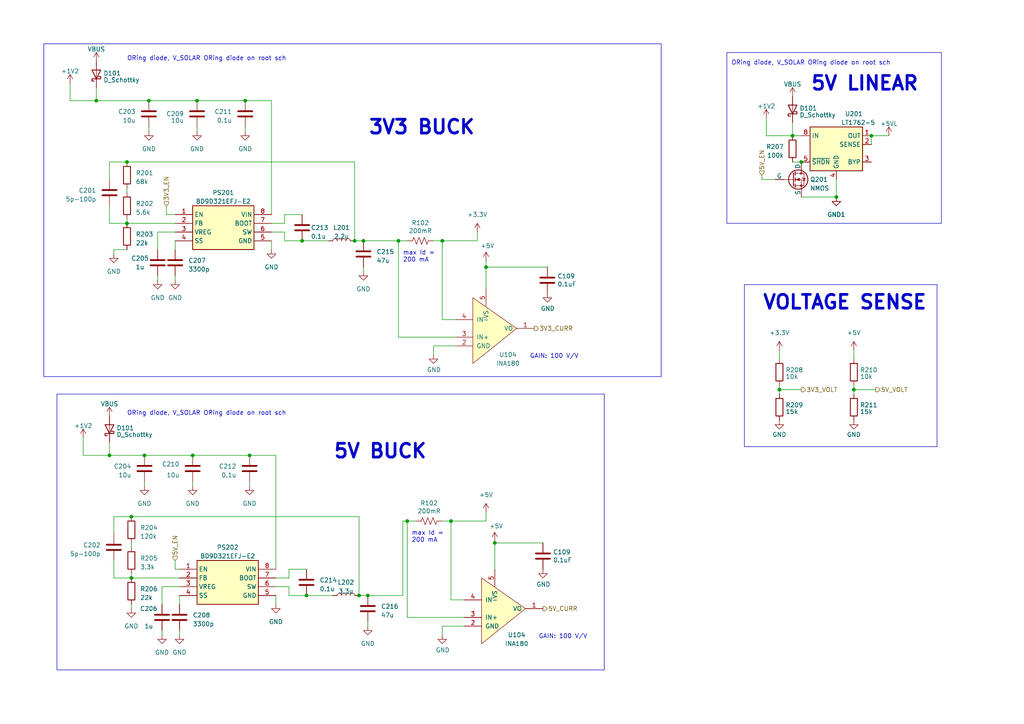
<source format=kicad_sch>
(kicad_sch (version 20230121) (generator eeschema)
  (paper "A4")
  (title_block (comment 1 "By: Jonah R."))
  (lib_symbols
    (symbol "Device:C" (pin_numbers hide) (pin_names (offset 0.254))
      (property "Reference" "C" (at 0.635 2.54 0))
      (property "Value" "C" (at 0.635 -2.54 0))
      (symbol "C_0_1"
        (polyline (pts (xy -2.032 -0.762) (xy 2.032 -0.762)) (stroke (width 0.508)))
        (polyline (pts (xy -2.032 0.762) (xy 2.032 0.762)) (stroke (width 0.508)))
      )
      (symbol "C_1_1"
        (pin passive line (at 0 3.81 270) (length 2.794) (name "~") (number "1"))
        (pin passive line (at 0 -3.81 90) (length 2.794) (name "~") (number "2"))
      )
    )
    (symbol "Device:D_Schottky" (pin_numbers hide) (pin_names (offset 1.016) hide)
      (property "Reference" "D" (at 0 2.54 0))
      (property "Value" "D_Schottky" (at 0 -2.54 0))
      (symbol "D_Schottky_0_1"
        (polyline (pts (xy 1.27 0) (xy -1.27 0)))
        (polyline (pts (xy 1.27 1.27) (xy 1.27 -1.27) (xy -1.27 0) (xy 1.27 1.27)) (stroke (width 0.254)))
        (polyline (pts (xy -1.905 0.635) (xy -1.905 1.27) (xy -1.27 1.27) (xy -1.27 -1.27) (xy -0.635 -1.27) (xy -0.635 -0.635)) (stroke (width 0.254)))
      )
      (symbol "D_Schottky_1_1"
        (pin passive line (at -3.81 0 0) (length 2.54) (name "K") (number "1"))
        (pin passive line (at 3.81 0 180) (length 2.54) (name "A") (number "2"))
      )
    )
    (symbol "Device:L" (pin_numbers hide) (pin_names (offset 1.016) hide)
      (property "Reference" "L" (at -1.27 0 90))
      (property "Value" "L" (at 1.905 0 90))
      (symbol "L_0_1"
        (arc (start 0 -2.54) (mid 0.6323 -1.905) (end 0 -1.27))
        (arc (start 0 -1.27) (mid 0.6323 -0.635) (end 0 0))
        (arc (start 0 0) (mid 0.6323 0.635) (end 0 1.27))
        (arc (start 0 1.27) (mid 0.6323 1.905) (end 0 2.54))
      )
      (symbol "L_1_1"
        (pin passive line (at 0 3.81 270) (length 1.27) (name "1") (number "1"))
        (pin passive line (at 0 -3.81 90) (length 1.27) (name "2") (number "2"))
      )
    )
    (symbol "Device:R" (pin_numbers hide) (pin_names (offset 0))
      (property "Reference" "R" (at 2.032 0 90))
      (property "Value" "R" (at 0 0 90))
      (symbol "R_0_1"
        (rectangle (start -1.016 -2.54) (end 1.016 2.54) (stroke (width 0.254)))
      )
      (symbol "R_1_1"
        (pin passive line (at 0 3.81 270) (length 1.27) (name "~") (number "1"))
        (pin passive line (at 0 -3.81 90) (length 1.27) (name "~") (number "2"))
      )
    )
    (symbol "Device:R_US" (pin_numbers hide) (pin_names (offset 0))
      (property "Reference" "R" (at 2.54 0 90))
      (property "Value" "R_US" (at -2.54 0 90))
      (symbol "R_US_0_1"
        (polyline (pts (xy 0 -2.286) (xy 0 -2.54)))
        (polyline (pts (xy 0 2.286) (xy 0 2.54)))
        (polyline (pts (xy 0 -0.762) (xy 1.016 -1.143) (xy 0 -1.524) (xy -1.016 -1.905) (xy 0 -2.286)))
        (polyline (pts (xy 0 0.762) (xy 1.016 0.381) (xy 0 0) (xy -1.016 -0.381) (xy 0 -0.762)))
        (polyline (pts (xy 0 2.286) (xy 1.016 1.905) (xy 0 1.524) (xy -1.016 1.143) (xy 0 0.762)))
      )
      (symbol "R_US_1_1"
        (pin passive line (at 0 3.81 270) (length 1.27) (name "~") (number "1"))
        (pin passive line (at 0 -3.81 90) (length 1.27) (name "~") (number "2"))
      )
    )
    (symbol "Regulator_Linear:LT1762-5"
      (property "Reference" "U" (at -7.62 8.89 0))
      (property "Value" "LT1762-5" (at 1.27 -6.35 0))
      (symbol "LT1762-5_0_1"
        (rectangle (start -7.62 7.62) (end 7.62 -5.08) (stroke (width 0.254)) (fill (type background)))
      )
      (symbol "LT1762-5_1_1"
        (pin power_out line (at 10.16 5.08 180) (length 2.54) (name "OUT") (number "1"))
        (pin input line (at 10.16 2.54 180) (length 2.54) (name "SENSE") (number "2"))
        (pin passive line (at 10.16 -2.54 180) (length 2.54) (name "BYP") (number "3"))
        (pin power_in line (at 0 -7.62 90) (length 2.54) (name "GND") (number "4"))
        (pin input line (at -10.16 -2.54 0) (length 2.54) (name "~{SHDN}") (number "5"))
        (pin no_connect line (at 2.54 5.08 90) (length 2.54) hide (name "NC") (number "6"))
        (pin no_connect line (at 2.54 2.54 90) (length 2.54) hide (name "NC") (number "7"))
        (pin power_in line (at -10.16 5.08 0) (length 2.54) (name "IN") (number "8"))
      )
    )
    (symbol "SamacSys_Parts:BD9D321EFJ-E2"
      (property "Reference" "PS" (at 24.13 7.62 0))
      (property "Value" "BD9D321EFJ-E2" (at 24.13 5.08 0))
      (symbol "BD9D321EFJ-E2_1_1"
        (rectangle (start 5.08 2.54) (end 22.86 -10.16) (stroke (width 0.254)) (fill (type background)))
        (pin passive line (at 0 0 0) (length 5.08) (name "EN") (number "1"))
        (pin passive line (at 0 -2.54 0) (length 5.08) (name "FB") (number "2"))
        (pin passive line (at 0 -5.08 0) (length 5.08) (name "VREG") (number "3"))
        (pin passive line (at 0 -7.62 0) (length 5.08) (name "SS") (number "4"))
        (pin passive line (at 27.94 -7.62 180) (length 5.08) (name "GND") (number "5"))
        (pin passive line (at 27.94 -5.08 180) (length 5.08) (name "SW") (number "6"))
        (pin passive line (at 27.94 -2.54 180) (length 5.08) (name "BOOT") (number "7"))
        (pin passive line (at 27.94 0 180) (length 5.08) (name "VIN") (number "8"))
      )
    )
    (symbol "Simulation_SPICE:NMOS" (pin_numbers hide) (pin_names (offset 0))
      (property "Reference" "Q" (at 5.08 1.27 0))
      (property "Value" "NMOS" (at 5.08 -1.27 0))
      (symbol "NMOS_0_1"
        (polyline (pts (xy 0.254 0) (xy -2.54 0)))
        (polyline (pts (xy 0.254 1.905) (xy 0.254 -1.905)) (stroke (width 0.254)))
        (polyline (pts (xy 0.762 -1.27) (xy 0.762 -2.286)) (stroke (width 0.254)))
        (polyline (pts (xy 0.762 0.508) (xy 0.762 -0.508)) (stroke (width 0.254)))
        (polyline (pts (xy 0.762 2.286) (xy 0.762 1.27)) (stroke (width 0.254)))
        (polyline (pts (xy 2.54 2.54) (xy 2.54 1.778)))
        (polyline (pts (xy 2.54 -2.54) (xy 2.54 0) (xy 0.762 0)))
        (polyline (pts (xy 0.762 -1.778) (xy 3.302 -1.778) (xy 3.302 1.778) (xy 0.762 1.778)))
        (polyline (pts (xy 1.016 0) (xy 2.032 0.381) (xy 2.032 -0.381) (xy 1.016 0)) (fill (type outline)))
        (polyline (pts (xy 2.794 0.508) (xy 2.921 0.381) (xy 3.683 0.381) (xy 3.81 0.254)))
        (polyline (pts (xy 3.302 0.381) (xy 2.921 -0.254) (xy 3.683 -0.254) (xy 3.302 0.381)))
        (circle (center 1.651 0) (radius 2.794) (stroke (width 0.254)))
        (circle (center 2.54 -1.778) (radius 0.254) (fill (type outline)))
        (circle (center 2.54 1.778) (radius 0.254) (fill (type outline)))
      )
      (symbol "NMOS_1_1"
        (pin passive line (at 2.54 5.08 270) (length 2.54) (name "D") (number "1"))
        (pin input line (at -5.08 0 0) (length 2.54) (name "G") (number "2"))
        (pin passive line (at 2.54 -5.08 90) (length 2.54) (name "S") (number "3"))
      )
    )
    (symbol "canhw:INA180" (pin_names (offset 1.016))
      (property "Reference" "U" (at -5.08 13.97 0))
      (property "Value" "INA180" (at -11.43 15.24 0))
      (symbol "INA180_0_1"
        (polyline (pts (xy 5.08 0) (xy -7.62 8.89)))
        (polyline (pts (xy -7.62 8.89) (xy -7.62 -10.16) (xy 5.08 0)) (fill (type background)))
      )
      (symbol "INA180_1_1"
        (pin output line (at 10.16 0 180) (length 5.08) (name "VO") (number "1"))
        (pin power_in line (at -12.7 -5.08 0) (length 5.08) (name "GND") (number "2"))
        (pin input line (at -12.7 -2.54 0) (length 5.08) (name "IN+") (number "3"))
        (pin input line (at -12.7 2.54 0) (length 5.08) (name "IN-") (number "4"))
        (pin power_in line (at -3.81 11.43 270) (length 5.08) (name "VS") (number "5"))
      )
    )
    (symbol "power:+1V2" (power) (pin_names (offset 0))
      (property "Value" "+1V2" (at 0 3.556 0))
      (symbol "+1V2_0_1"
        (polyline (pts (xy -0.762 1.27) (xy 0 2.54)))
        (polyline (pts (xy 0 0) (xy 0 2.54)))
        (polyline (pts (xy 0 2.54) (xy 0.762 1.27)))
      )
      (symbol "+1V2_1_1"
        (pin power_in line (at 0 0 90) (length 0) hide (name "+1V2") (number "1"))
      )
    )
    (symbol "power:+3.3V" (power) (pin_names (offset 0))
      (property "Value" "+3.3V" (at 0 3.556 0))
      (symbol "+3.3V_0_1"
        (polyline (pts (xy -0.762 1.27) (xy 0 2.54)))
        (polyline (pts (xy 0 0) (xy 0 2.54)))
        (polyline (pts (xy 0 2.54) (xy 0.762 1.27)))
      )
      (symbol "+3.3V_1_1"
        (pin power_in line (at 0 0 90) (length 0) hide (name "+3.3V") (number "1"))
      )
    )
    (symbol "power:+5V" (power) (pin_names (offset 0))
      (property "Value" "+5V" (at 0 3.556 0))
      (symbol "+5V_0_1"
        (polyline (pts (xy -0.762 1.27) (xy 0 2.54)))
        (polyline (pts (xy 0 0) (xy 0 2.54)))
        (polyline (pts (xy 0 2.54) (xy 0.762 1.27)))
      )
      (symbol "+5V_1_1"
        (pin power_in line (at 0 0 90) (length 0) hide (name "+5V") (number "1"))
      )
    )
    (symbol "power:+5VL" (power) (pin_names (offset 0))
      (property "Value" "+5VL" (at 0 3.556 0))
      (symbol "+5VL_0_1"
        (polyline (pts (xy -0.762 1.27) (xy 0 2.54)))
        (polyline (pts (xy 0 0) (xy 0 2.54)))
        (polyline (pts (xy 0 2.54) (xy 0.762 1.27)))
      )
      (symbol "+5VL_1_1"
        (pin power_in line (at 0 0 90) (length 0) hide (name "+5VL") (number "1"))
      )
    )
    (symbol "power:GND" (power) (pin_names (offset 0))
      (property "Value" "GND" (at 0 -3.81 0))
      (symbol "GND_0_1"
        (polyline (pts (xy 0 0) (xy 0 -1.27) (xy 1.27 -1.27) (xy 0 -2.54) (xy -1.27 -1.27) (xy 0 -1.27)))
      )
      (symbol "GND_1_1"
        (pin power_in line (at 0 0 270) (length 0) hide (name "GND") (number "1"))
      )
    )
    (symbol "power:GND1" (power) (pin_names (offset 0))
      (property "Value" "GND1" (at 0 -3.81 0))
      (symbol "GND1_0_1"
        (polyline (pts (xy 0 0) (xy 0 -1.27) (xy 1.27 -1.27) (xy 0 -2.54) (xy -1.27 -1.27) (xy 0 -1.27)))
      )
      (symbol "GND1_1_1"
        (pin power_in line (at 0 0 270) (length 0) hide (name "GND1") (number "1"))
      )
    )
    (symbol "power:VBUS" (power) (pin_names (offset 0))
      (property "Value" "VBUS" (at 0 3.81 0))
      (symbol "VBUS_0_1"
        (polyline (pts (xy -0.762 1.27) (xy 0 2.54)))
        (polyline (pts (xy 0 0) (xy 0 2.54)))
        (polyline (pts (xy 0 2.54) (xy 0.762 1.27)))
      )
      (symbol "VBUS_1_1"
        (pin power_in line (at 0 0 90) (length 0) hide (name "VBUS") (number "1"))
      )
    )
  )
  (junction (at 43.18 29.21))
  (junction (at 55.88 132.08))
  (junction (at 140.97 77.47))
  (junction (at 27.94 29.21))
  (junction (at 36.83 64.77))
  (junction (at 232.41 46.99))
  (junction (at 252.73 39.37))
  (junction (at 130.81 151.13))
  (junction (at 115.57 69.85))
  (junction (at 229.87 39.37))
  (junction (at 106.68 172.72))
  (junction (at 102.87 69.85))
  (junction (at 31.75 132.08))
  (junction (at 104.14 172.72))
  (junction (at 226.06 113.03))
  (junction (at 38.1 167.64))
  (junction (at 143.51 157.48))
  (junction (at 72.39 132.08))
  (junction (at 36.83 46.99))
  (junction (at 41.91 132.08))
  (junction (at 38.1 149.86))
  (junction (at 87.63 69.85))
  (junction (at 105.41 69.85))
  (junction (at 247.65 113.03))
  (junction (at 57.15 29.21))
  (junction (at 88.9 172.72))
  (junction (at 242.57 57.15))
  (junction (at 71.12 29.21))
  (junction (at 118.11 151.13))
  (junction (at 128.27 69.85))
  (wire (pts (xy 50.8 69.85) (xy 50.8 72.39)))
  (wire (pts (xy 102.87 69.85) (xy 102.87 46.99)))
  (wire (pts (xy 50.8 80.01) (xy 50.8 81.28)))
  (wire (pts (xy 130.81 151.13) (xy 140.97 151.13)))
  (wire (pts (xy 132.08 92.71) (xy 128.27 92.71)))
  (wire (pts (xy 134.62 173.99) (xy 130.81 173.99)))
  (wire (pts (xy 41.91 139.7) (xy 41.91 140.97)))
  (wire (pts (xy 247.65 113.03) (xy 247.65 114.3)))
  (wire (pts (xy 226.06 111.76) (xy 226.06 113.03)))
  (wire (pts (xy 128.27 69.85) (xy 138.43 69.85)))
  (wire (pts (xy 82.55 69.85) (xy 87.63 69.85)))
  (wire (pts (xy 57.15 29.21) (xy 71.12 29.21)))
  (wire (pts (xy 143.51 157.48) (xy 157.48 157.48)))
  (wire (pts (xy 229.87 46.99) (xy 232.41 46.99)))
  (wire (pts (xy 118.11 151.13) (xy 120.65 151.13)))
  (wire (pts (xy 31.75 59.69) (xy 31.75 64.77)))
  (wire (pts (xy 226.06 113.03) (xy 232.41 113.03)))
  (wire (pts (xy 24.13 132.08) (xy 31.75 132.08)))
  (wire (pts (xy 36.83 64.77) (xy 50.8 64.77)))
  (wire (pts (xy 78.74 29.21) (xy 71.12 29.21)))
  (wire (pts (xy 33.02 72.39) (xy 36.83 72.39)))
  (wire (pts (xy 46.99 182.88) (xy 46.99 184.15)))
  (wire (pts (xy 78.74 69.85) (xy 78.74 72.39)))
  (wire (pts (xy 38.1 175.26) (xy 38.1 176.53)))
  (wire (pts (xy 140.97 151.13) (xy 140.97 148.59)))
  (wire (pts (xy 31.75 128.27) (xy 31.75 132.08)))
  (wire (pts (xy 143.51 157.48) (xy 143.51 165.1)))
  (wire (pts (xy 242.57 57.15) (xy 242.57 52.07)))
  (wire (pts (xy 55.88 132.08) (xy 72.39 132.08)))
  (wire (pts (xy 27.94 25.4) (xy 27.94 29.21)))
  (wire (pts (xy 88.9 172.72) (xy 96.52 172.72)))
  (wire (pts (xy 31.75 52.07) (xy 31.75 46.99)))
  (wire (pts (xy 229.87 39.37) (xy 232.41 39.37)))
  (wire (pts (xy 229.87 35.56) (xy 229.87 39.37)))
  (wire (pts (xy 46.99 170.18) (xy 52.07 170.18)))
  (wire (pts (xy 31.75 132.08) (xy 41.91 132.08)))
  (wire (pts (xy 128.27 181.61) (xy 128.27 184.15)))
  (wire (pts (xy 104.14 172.72) (xy 106.68 172.72)))
  (wire (pts (xy 116.84 151.13) (xy 118.11 151.13)))
  (wire (pts (xy 115.57 97.79) (xy 115.57 69.85)))
  (wire (pts (xy 105.41 69.85) (xy 115.57 69.85)))
  (wire (pts (xy 50.8 162.56) (xy 50.8 165.1)))
  (wire (pts (xy 83.82 170.18) (xy 83.82 172.72)))
  (wire (pts (xy 128.27 92.71) (xy 128.27 69.85)))
  (wire (pts (xy 20.32 29.21) (xy 27.94 29.21)))
  (wire (pts (xy 48.26 59.69) (xy 48.26 62.23)))
  (wire (pts (xy 226.06 113.03) (xy 226.06 114.3)))
  (wire (pts (xy 130.81 173.99) (xy 130.81 151.13)))
  (wire (pts (xy 33.02 154.94) (xy 33.02 149.86)))
  (wire (pts (xy 115.57 69.85) (xy 118.11 69.85)))
  (wire (pts (xy 48.26 62.23) (xy 50.8 62.23)))
  (wire (pts (xy 36.83 63.5) (xy 36.83 64.77)))
  (wire (pts (xy 55.88 139.7) (xy 55.88 140.97)))
  (wire (pts (xy 252.73 39.37) (xy 252.73 41.91)))
  (wire (pts (xy 226.06 104.14) (xy 226.06 101.6)))
  (wire (pts (xy 257.81 39.37) (xy 252.73 39.37)))
  (wire (pts (xy 132.08 97.79) (xy 115.57 97.79)))
  (wire (pts (xy 105.41 77.47) (xy 105.41 78.74)))
  (wire (pts (xy 140.97 75.692) (xy 140.97 77.47)))
  (wire (pts (xy 72.39 139.7) (xy 72.39 140.97)))
  (wire (pts (xy 82.55 62.23) (xy 82.55 64.77)))
  (wire (pts (xy 87.63 62.23) (xy 82.55 62.23)))
  (wire (pts (xy 220.98 52.07) (xy 224.79 52.07)))
  (wire (pts (xy 106.68 180.34) (xy 106.68 181.61)))
  (wire (pts (xy 143.51 156.972) (xy 143.51 157.48)))
  (wire (pts (xy 80.01 170.18) (xy 83.82 170.18)))
  (wire (pts (xy 83.82 165.1) (xy 83.82 167.64)))
  (wire (pts (xy 222.25 34.29) (xy 222.25 39.37)))
  (wire (pts (xy 125.73 100.33) (xy 132.08 100.33)))
  (wire (pts (xy 128.27 181.61) (xy 134.62 181.61)))
  (wire (pts (xy 104.14 149.86) (xy 38.1 149.86)))
  (wire (pts (xy 31.75 46.99) (xy 36.83 46.99)))
  (wire (pts (xy 104.14 172.72) (xy 104.14 149.86)))
  (wire (pts (xy 247.65 113.03) (xy 254 113.03)))
  (wire (pts (xy 38.1 157.48) (xy 38.1 158.75)))
  (wire (pts (xy 102.87 69.85) (xy 105.41 69.85)))
  (wire (pts (xy 43.18 36.83) (xy 43.18 38.1)))
  (wire (pts (xy 45.72 80.01) (xy 45.72 81.28)))
  (wire (pts (xy 140.97 77.47) (xy 158.75 77.47)))
  (wire (pts (xy 222.25 39.37) (xy 229.87 39.37)))
  (wire (pts (xy 52.07 182.88) (xy 52.07 184.15)))
  (wire (pts (xy 33.02 167.64) (xy 38.1 167.64)))
  (wire (pts (xy 57.15 36.83) (xy 57.15 38.1)))
  (wire (pts (xy 138.43 69.85) (xy 138.43 67.31)))
  (wire (pts (xy 83.82 167.64) (xy 80.01 167.64)))
  (wire (pts (xy 41.91 132.08) (xy 55.88 132.08)))
  (wire (pts (xy 45.72 72.39) (xy 45.72 67.31)))
  (wire (pts (xy 38.1 167.64) (xy 52.07 167.64)))
  (wire (pts (xy 20.32 24.13) (xy 20.32 29.21)))
  (wire (pts (xy 80.01 172.72) (xy 80.01 175.26)))
  (wire (pts (xy 27.94 29.21) (xy 43.18 29.21)))
  (wire (pts (xy 46.99 175.26) (xy 46.99 170.18)))
  (wire (pts (xy 247.65 101.6) (xy 247.65 104.14)))
  (wire (pts (xy 71.12 36.83) (xy 71.12 38.1)))
  (wire (pts (xy 52.07 172.72) (xy 52.07 175.26)))
  (wire (pts (xy 33.02 149.86) (xy 38.1 149.86)))
  (wire (pts (xy 247.65 111.76) (xy 247.65 113.03)))
  (wire (pts (xy 38.1 166.37) (xy 38.1 167.64)))
  (wire (pts (xy 140.97 77.47) (xy 140.97 83.82)))
  (wire (pts (xy 31.75 64.77) (xy 36.83 64.77)))
  (wire (pts (xy 78.74 29.21) (xy 78.74 62.23)))
  (wire (pts (xy 78.74 67.31) (xy 82.55 67.31)))
  (wire (pts (xy 36.83 54.61) (xy 36.83 55.88)))
  (wire (pts (xy 134.62 179.07) (xy 118.11 179.07)))
  (wire (pts (xy 128.27 151.13) (xy 130.81 151.13)))
  (wire (pts (xy 33.02 72.39) (xy 33.02 73.66)))
  (wire (pts (xy 43.18 29.21) (xy 57.15 29.21)))
  (wire (pts (xy 83.82 172.72) (xy 88.9 172.72)))
  (wire (pts (xy 88.9 165.1) (xy 83.82 165.1)))
  (wire (pts (xy 24.13 127) (xy 24.13 132.08)))
  (wire (pts (xy 33.02 162.56) (xy 33.02 167.64)))
  (wire (pts (xy 118.11 179.07) (xy 118.11 151.13)))
  (wire (pts (xy 80.01 132.08) (xy 80.01 165.1)))
  (wire (pts (xy 45.72 67.31) (xy 50.8 67.31)))
  (wire (pts (xy 116.84 172.72) (xy 116.84 151.13)))
  (wire (pts (xy 125.73 69.85) (xy 128.27 69.85)))
  (wire (pts (xy 232.41 57.15) (xy 242.57 57.15)))
  (wire (pts (xy 82.55 67.31) (xy 82.55 69.85)))
  (wire (pts (xy 102.87 46.99) (xy 36.83 46.99)))
  (wire (pts (xy 106.68 172.72) (xy 116.84 172.72)))
  (wire (pts (xy 50.8 165.1) (xy 52.07 165.1)))
  (wire (pts (xy 82.55 64.77) (xy 78.74 64.77)))
  (wire (pts (xy 87.63 69.85) (xy 95.25 69.85)))
  (wire (pts (xy 80.01 132.08) (xy 72.39 132.08)))
  (wire (pts (xy 220.98 50.8) (xy 220.98 52.07)))
  (wire (pts (xy 125.73 100.33) (xy 125.73 102.87)))
  (rectangle (start 210.82 15.24) (end 273.05 64.77))
  (rectangle (start 16.51 114.3) (end 175.26 194.31))
  (rectangle (start 215.9 82.55) (end 271.78 129.54))
  (rectangle (start 12.7 12.7) (end 191.77 109.22))
  (text "VOLTAGE SENSE" (at 220.98 90.17 0) (effects (font (size 4 4) (thickness 0.8) bold) (justify left bottom)))
  (text "5V BUCK" (at 96.52 133.35 0) (effects (font (size 4 4) (thickness 0.8) bold) (justify left bottom)))
  (text "GAIN: 100 V/V" (at 153.67 104.14 0) (effects (font (size 1.27 1.27)) (justify left bottom)))
  (text "GAIN: 100 V/V" (at 156.21 185.42 0) (effects (font (size 1.27 1.27)) (justify left bottom)))
  (text "ORing diode, V_SOLAR ORing diode on root sch\n" (at 36.83 17.78 0) (effects (font (size 1.27 1.27)) (justify left bottom)))
  (text "max Id =\n200 mA" (at 119.38 157.48 0) (effects (font (size 1.27 1.27)) (justify left bottom)))
  (text "ORing diode, V_SOLAR ORing diode on root sch\n" (at 36.83 120.65 0) (effects (font (size 1.27 1.27)) (justify left bottom)))
  (text "5V LINEAR" (at 234.95 26.67 0) (effects (font (size 4 4) (thickness 0.8) bold) (justify left bottom)))
  (text "ORing diode, V_SOLAR ORing diode on root sch\n" (at 212.09 19.05 0) (effects (font (size 1.27 1.27)) (justify left bottom)))
  (text "3V3 BUCK" (at 106.68 39.37 0) (effects (font (size 4 4) (thickness 0.8) bold) (justify left bottom)))
  (text "max Id =\n200 mA" (at 116.84 76.2 0) (effects (font (size 1.27 1.27)) (justify left bottom)))
  (hierarchical_label "3V3_VOLT" (shape output) (at 232.41 113.03 0))
  (hierarchical_label "5V_VOLT" (shape output) (at 254 113.03 0))
  (hierarchical_label "3V3_CURR" (shape output) (at 154.94 95.25 0))
  (hierarchical_label "5V_CURR" (shape output) (at 157.48 176.53 0))
  (hierarchical_label "3V3_EN" (shape input) (at 48.26 59.69 90))
  (hierarchical_label "5V_EN" (shape input) (at 50.8 162.56 90))
  (hierarchical_label "5V_EN" (shape input) (at 220.98 50.8 90))
  (symbol (lib_id "Device:C") (at 41.91 135.89 0) (unit 1)
    (property "Reference" "C7" (at 38.1 135.255 0) (effects (justify right)))
    (property "Value" "10u" (at 38.1 137.795 0) (effects (justify right)))
    (property "Footprint" "Capacitor_SMD:C_0603_1608Metric" (effects hide))
    (instances (project "electrical-power-system" (path "" (reference "C204") (unit 1))) (project "PDB" (path "" (reference "C7") (unit 1))))
  )
  (symbol (lib_id "Device:C") (at 57.15 33.02 0) (unit 1)
    (property "Reference" "C9" (at 53.34 33.02 0) (effects (justify right)))
    (property "Value" "10u" (at 53.34 34.925 0) (effects (justify right)))
    (property "Footprint" "Capacitor_SMD:C_0603_1608Metric" (effects hide))
    (instances (project "electrical-power-system" (path "" (reference "C209") (unit 1))) (project "PDB" (path "" (reference "C9") (unit 1))))
  )
  (symbol (lib_id "power:GND") (at 105.41 78.74 0) (unit 1)
    (property "Reference" "#PWR022" (effects hide))
    (property "Value" "GND" (at 105.41 83.82 0))
    (instances (project "electrical-power-system" (path "" (reference "#PWR0217") (unit 1))) (project "PDB" (path "" (reference "#PWR022") (unit 1))))
  )
  (symbol (lib_id "Device:R") (at 38.1 153.67 0) (unit 1)
    (property "Reference" "R6" (at 40.64 153.035 0) (effects (justify left)))
    (property "Value" "120k" (at 40.64 155.575 0) (effects (justify left)))
    (property "Footprint" "Resistor_SMD:R_0603_1608Metric" (effects hide))
    (instances (project "electrical-power-system" (path "" (reference "R204") (unit 1))) (project "PDB" (path "" (reference "R6") (unit 1))))
  )
  (symbol (lib_id "power:GND") (at 71.12 38.1 0) (unit 1)
    (property "Reference" "#PWR025" (effects hide))
    (property "Value" "GND" (at 71.12 43.18 0))
    (instances (project "electrical-power-system" (path "" (reference "#PWR0213") (unit 1))) (project "PDB" (path "" (reference "#PWR025") (unit 1))))
  )
  (symbol (lib_id "Device:C") (at 88.9 168.91 0) (unit 1)
    (property "Reference" "C14" (at 92.71 168.275 0) (effects (justify left)))
    (property "Value" "0.1u" (at 92.71 170.815 0) (effects (justify left)))
    (property "Footprint" "Capacitor_SMD:C_0603_1608Metric" (effects hide))
    (instances (project "electrical-power-system" (path "" (reference "C214") (unit 1))) (project "PDB" (path "" (reference "C14") (unit 1))))
  )
  (symbol (lib_id "power:+5V") (at 247.65 101.6 0) (unit 1)
    (property "Reference" "#PWR044" (effects hide))
    (property "Value" "+5V" (at 247.65 96.52 0))
    (instances (project "electrical-power-system" (path "" (reference "#PWR0227") (unit 1))) (project "PDB" (path "" (reference "#PWR044") (unit 1))))
  )
  (symbol (lib_id "power:+5V") (at 140.97 148.59 0) (unit 1)
    (property "Reference" "#PWR044" (effects hide))
    (property "Value" "+5V" (at 140.97 143.51 0))
    (instances (project "electrical-power-system" (path "" (reference "#PWR0220") (unit 1))) (project "PDB" (path "" (reference "#PWR044") (unit 1))))
  )
  (symbol (lib_id "Device:C") (at 52.07 179.07 0) (mirror y) (unit 1)
    (property "Reference" "C8" (at 55.88 178.435 0) (effects (justify right)))
    (property "Value" "3300p" (at 55.88 180.975 0) (effects (justify right)))
    (property "Footprint" "Capacitor_SMD:C_0603_1608Metric" (effects hide))
    (instances (project "electrical-power-system" (path "" (reference "C208") (unit 1))) (project "PDB" (path "" (reference "C8") (unit 1))))
  )
  (symbol (lib_id "power:GND") (at 57.15 38.1 0) (unit 1)
    (property "Reference" "#PWR024" (effects hide))
    (property "Value" "GND" (at 57.15 43.18 0))
    (instances (project "electrical-power-system" (path "" (reference "#PWR0211") (unit 1))) (project "PDB" (path "" (reference "#PWR024") (unit 1))))
  )
  (symbol (lib_id "Device:C") (at 71.12 33.02 0) (unit 1)
    (property "Reference" "C11" (at 67.31 32.385 0) (effects (justify right)))
    (property "Value" "0.1u" (at 67.31 34.925 0) (effects (justify right)))
    (property "Footprint" "Capacitor_SMD:C_0603_1608Metric" (effects hide))
    (instances (project "electrical-power-system" (path "" (reference "C211") (unit 1))) (project "PDB" (path "" (reference "C11") (unit 1))))
  )
  (symbol (lib_id "Device:C") (at 31.75 55.88 0) (unit 1)
    (property "Reference" "C1" (at 27.94 55.245 0) (effects (justify right)))
    (property "Value" "5p-100p" (at 27.94 57.785 0) (effects (justify right)))
    (property "Footprint" "Capacitor_SMD:C_0603_1608Metric" (effects hide))
    (instances (project "electrical-power-system" (path "" (reference "C201") (unit 1))) (project "PDB" (path "" (reference "C1") (unit 1))))
  )
  (symbol (lib_id "power:+5V") (at 140.97 75.692 0) (unit 1)
    (property "Reference" "#PWR0131" (effects hide))
    (property "Value" "+5V" (at 141.351 71.2978 0))
    (instances (project "PDB" (path "" (reference "#PWR0131") (unit 1))) (project "electrical-power-system" (path "" (reference "#PWR0231") (unit 1))))
  )
  (symbol (lib_id "Device:R_US") (at 121.92 69.85 270) (unit 1)
    (property "Reference" "R102" (at 121.92 64.643 90))
    (property "Value" "200mR" (at 121.92 66.9544 90))
    (property "Footprint" "Resistor_SMD:R_0805_2012Metric_Pad1.20x1.40mm_HandSolder" (effects hide))
    (instances (project "PDB" (path "" (reference "R102") (unit 1))) (project "electrical-power-system" (path "" (reference "R212") (unit 1))))
  )
  (symbol (lib_id "power:GND") (at 247.65 121.92 0) (unit 1)
    (property "Reference" "#PWR0228" (effects hide))
    (property "Value" "GND" (at 247.65 126.0555 0))
  )
  (symbol (lib_id "power:GND") (at 80.01 175.26 0) (unit 1)
    (property "Reference" "#PWR042" (effects hide))
    (property "Value" "GND" (at 80.01 180.34 0))
    (instances (project "electrical-power-system" (path "" (reference "#PWR0216") (unit 1))) (project "PDB" (path "" (reference "#PWR042") (unit 1))))
  )
  (symbol (lib_id "power:GND") (at 45.72 81.28 0) (unit 1)
    (property "Reference" "#PWR018" (effects hide))
    (property "Value" "GND" (at 45.72 86.36 0))
    (instances (project "electrical-power-system" (path "" (reference "#PWR0207") (unit 1))) (project "PDB" (path "" (reference "#PWR018") (unit 1))))
  )
  (symbol (lib_id "power:+3.3V") (at 138.43 67.31 0) (unit 1)
    (property "Reference" "#PWR026" (effects hide))
    (property "Value" "+3.3V" (at 138.43 62.23 0))
    (instances (project "electrical-power-system" (path "" (reference "#PWR0219") (unit 1))) (project "PDB" (path "" (reference "#PWR026") (unit 1))))
  )
  (symbol (lib_id "power:VBUS") (at 229.87 27.94 0) (unit 1)
    (property "Reference" "#PWR0238" (effects hide))
    (property "Value" "VBUS" (at 229.87 24.4381 0))
  )
  (symbol (lib_id "Device:D_Schottky") (at 229.87 31.75 90) (unit 1)
    (property "Reference" "D101" (at 231.902 31.4238 90) (effects (justify right)))
    (property "Value" "D_Schottky" (at 231.902 33.3448 90) (effects (justify right)))
    (instances (project "electrical-power-system" (path "" (reference "D101") (unit 1)) (path "" (reference "D203") (unit 1))))
  )
  (symbol (lib_id "power:GND") (at 226.06 121.92 0) (unit 1)
    (property "Reference" "#PWR0226" (effects hide))
    (property "Value" "GND" (at 226.06 126.0555 0))
  )
  (symbol (lib_id "power:GND") (at 38.1 176.53 0) (unit 1)
    (property "Reference" "#PWR036" (effects hide))
    (property "Value" "GND" (at 38.1 181.61 0))
    (instances (project "electrical-power-system" (path "" (reference "#PWR0204") (unit 1))) (project "PDB" (path "" (reference "#PWR036") (unit 1))))
  )
  (symbol (lib_id "canhw:INA180") (at 144.78 95.25 0) (unit 1)
    (property "Reference" "U104" (at 147.32 102.87 0))
    (property "Value" "INA180" (at 147.32 105.41 0))
    (property "Footprint" "Package_TO_SOT_SMD:SOT-23-5_HandSoldering" (effects hide))
    (property "Datasheet" "http://www.ti.com/lit/ds/symlink/ina180.pdf" (effects hide))
    (instances (project "PDB" (path "" (reference "U104") (unit 1))) (project "electrical-power-system" (path "" (reference "U203") (unit 1))))
  )
  (symbol (lib_id "power:GND") (at 55.88 140.97 0) (unit 1)
    (property "Reference" "#PWR040" (effects hide))
    (property "Value" "GND" (at 55.88 146.05 0))
    (instances (project "electrical-power-system" (path "" (reference "#PWR0212") (unit 1))) (project "PDB" (path "" (reference "#PWR040") (unit 1))))
  )
  (symbol (lib_id "power:+1V2") (at 222.25 34.29 0) (unit 1)
    (property "Reference" "#PWR0102" (effects hide))
    (property "Value" "V_SOLAR" (at 222.25 30.7881 0))
    (instances (project "electrical-power-system" (path "" (reference "#PWR0102") (unit 1)) (path "" (reference "#PWR0237") (unit 1))))
  )
  (symbol (lib_id "power:GND1") (at 242.57 57.15 0) (unit 1)
    (property "Reference" "#PWR011" (effects hide))
    (property "Value" "GND1" (at 242.57 62.23 0))
    (instances (project "electrical-power-system" (path "" (reference "#PWR0222") (unit 1))) (project "PDB" (path "" (reference "#PWR011") (unit 1)) (path "" (reference "#PWR012") (unit 1))))
  )
  (symbol (lib_id "power:GND") (at 72.39 140.97 0) (unit 1)
    (property "Reference" "#PWR041" (effects hide))
    (property "Value" "GND" (at 72.39 146.05 0))
    (instances (project "electrical-power-system" (path "" (reference "#PWR0214") (unit 1))) (project "PDB" (path "" (reference "#PWR041") (unit 1))))
  )
  (symbol (lib_id "Device:R") (at 36.83 50.8 0) (unit 1)
    (property "Reference" "R3" (at 39.37 50.165 0) (effects (justify left)))
    (property "Value" "68k" (at 39.37 52.705 0) (effects (justify left)))
    (property "Footprint" "Resistor_SMD:R_0603_1608Metric" (effects hide))
    (instances (project "electrical-power-system" (path "" (reference "R201") (unit 1))) (project "PDB" (path "" (reference "R3") (unit 1))))
  )
  (symbol (lib_id "Device:D_Schottky") (at 27.94 21.59 90) (unit 1)
    (property "Reference" "D101" (at 29.972 21.2638 90) (effects (justify right)))
    (property "Value" "D_Schottky" (at 29.972 23.1848 90) (effects (justify right)))
    (instances (project "electrical-power-system" (path "" (reference "D101") (unit 1)) (path "" (reference "D201") (unit 1))))
  )
  (symbol (lib_id "power:VBUS") (at 27.94 17.78 0) (unit 1)
    (property "Reference" "#PWR0201" (effects hide))
    (property "Value" "VBUS" (at 27.94 14.2781 0))
  )
  (symbol (lib_id "Device:C") (at 157.48 161.29 0) (unit 1)
    (property "Reference" "C109" (at 160.401 160.1216 0) (effects (justify left)))
    (property "Value" "0.1uF" (at 160.401 162.433 0) (effects (justify left)))
    (property "Footprint" "Capacitor_SMD:C_0805_2012Metric_Pad1.18x1.45mm_HandSolder" (effects hide))
    (instances (project "PDB" (path "" (reference "C109") (unit 1))) (project "electrical-power-system" (path "" (reference "C218") (unit 1))))
  )
  (symbol (lib_id "Device:D_Schottky") (at 31.75 124.46 90) (unit 1)
    (property "Reference" "D101" (at 33.782 124.1338 90) (effects (justify right)))
    (property "Value" "D_Schottky" (at 33.782 126.0548 90) (effects (justify right)))
    (instances (project "electrical-power-system" (path "" (reference "D101") (unit 1)) (path "" (reference "D202") (unit 1))))
  )
  (symbol (lib_id "power:GND") (at 46.99 184.15 0) (unit 1)
    (property "Reference" "#PWR037" (effects hide))
    (property "Value" "GND" (at 46.99 189.23 0))
    (instances (project "electrical-power-system" (path "" (reference "#PWR0208") (unit 1))) (project "PDB" (path "" (reference "#PWR037") (unit 1))))
  )
  (symbol (lib_id "Device:R") (at 36.83 68.58 0) (unit 1)
    (property "Reference" "R5" (at 39.37 67.945 0) (effects (justify left)))
    (property "Value" "22k" (at 39.37 70.485 0) (effects (justify left)))
    (property "Footprint" "Resistor_SMD:R_0603_1608Metric" (effects hide))
    (instances (project "electrical-power-system" (path "" (reference "R203") (unit 1))) (project "PDB" (path "" (reference "R5") (unit 1))))
  )
  (symbol (lib_id "Device:R") (at 226.06 118.11 0) (unit 1)
    (property "Reference" "R209" (at 227.838 117.4663 0) (effects (justify left)))
    (property "Value" "15k" (at 227.838 119.3873 0) (effects (justify left)))
  )
  (symbol (lib_id "canhw:INA180") (at 147.32 176.53 0) (unit 1)
    (property "Reference" "U104" (at 149.86 184.15 0))
    (property "Value" "INA180" (at 149.86 186.69 0))
    (property "Footprint" "Package_TO_SOT_SMD:SOT-23-5_HandSoldering" (effects hide))
    (property "Datasheet" "http://www.ti.com/lit/ds/symlink/ina180.pdf" (effects hide))
    (instances (project "PDB" (path "" (reference "U104") (unit 1))) (project "electrical-power-system" (path "" (reference "U204") (unit 1))))
  )
  (symbol (lib_id "power:GND") (at 52.07 184.15 0) (unit 1)
    (property "Reference" "#PWR039" (effects hide))
    (property "Value" "GND" (at 52.07 189.23 0))
    (instances (project "electrical-power-system" (path "" (reference "#PWR0210") (unit 1))) (project "PDB" (path "" (reference "#PWR039") (unit 1))))
  )
  (symbol (lib_id "Device:R") (at 38.1 171.45 0) (unit 1)
    (property "Reference" "R8" (at 40.64 170.815 0) (effects (justify left)))
    (property "Value" "22k" (at 40.64 173.355 0) (effects (justify left)))
    (property "Footprint" "Resistor_SMD:R_0603_1608Metric" (effects hide))
    (instances (project "electrical-power-system" (path "" (reference "R206") (unit 1))) (project "PDB" (path "" (reference "R8") (unit 1))))
  )
  (symbol (lib_id "power:+1V2") (at 24.13 127 0) (unit 1)
    (property "Reference" "#PWR0102" (effects hide))
    (property "Value" "V_SOLAR" (at 24.13 123.4981 0))
    (instances (project "electrical-power-system" (path "" (reference "#PWR0102") (unit 1)) (path "" (reference "#PWR0203") (unit 1))))
  )
  (symbol (lib_id "Device:R") (at 229.87 43.18 0) (mirror y) (unit 1)
    (property "Reference" "R?" (at 227.33 42.545 0) (effects (justify left)))
    (property "Value" "100k" (at 227.33 45.085 0) (effects (justify left)))
    (property "Footprint" "Resistor_SMD:R_0603_1608Metric" (effects hide))
    (instances (project "electrical-power-system" (path "" (reference "R207") (unit 1))) (project "PDB" (path "" (reference "R?") (unit 1)) (path "" (reference "R9") (unit 1))))
  )
  (symbol (lib_id "Device:R_US") (at 124.46 151.13 270) (unit 1)
    (property "Reference" "R102" (at 124.46 145.923 90))
    (property "Value" "200mR" (at 124.46 148.2344 90))
    (property "Footprint" "Resistor_SMD:R_0805_2012Metric_Pad1.20x1.40mm_HandSolder" (effects hide))
    (instances (project "PDB" (path "" (reference "R102") (unit 1))) (project "electrical-power-system" (path "" (reference "R213") (unit 1))))
  )
  (symbol (lib_id "power:GND1") (at 242.57 57.15 0) (unit 1)
    (property "Reference" "#PWR011" (effects hide))
    (property "Value" "GND1" (at 242.57 62.23 0))
    (instances (project "electrical-power-system" (path "" (reference "#PWR0223") (unit 1))) (project "PDB" (path "" (reference "#PWR011") (unit 1)) (path "" (reference "#PWR014") (unit 1))))
  )
  (symbol (lib_id "power:GND") (at 128.27 184.15 0) (unit 1)
    (property "Reference" "#PWR0134" (effects hide))
    (property "Value" "GND" (at 128.397 188.5442 0))
    (instances (project "PDB" (path "" (reference "#PWR0134") (unit 1))) (project "electrical-power-system" (path "" (reference "#PWR0230") (unit 1))))
  )
  (symbol (lib_id "power:GND") (at 125.73 102.87 0) (unit 1)
    (property "Reference" "#PWR0134" (effects hide))
    (property "Value" "GND" (at 125.857 107.2642 0))
    (instances (project "PDB" (path "" (reference "#PWR0134") (unit 1))) (project "electrical-power-system" (path "" (reference "#PWR0229") (unit 1))))
  )
  (symbol (lib_id "power:GND") (at 158.75 85.09 0) (unit 1)
    (property "Reference" "#PWR0132" (effects hide))
    (property "Value" "GND" (at 158.877 89.4842 0))
    (instances (project "PDB" (path "" (reference "#PWR0132") (unit 1))) (project "electrical-power-system" (path "" (reference "#PWR0232") (unit 1))))
  )
  (symbol (lib_id "Device:C") (at 45.72 76.2 0) (unit 1)
    (property "Reference" "C3" (at 43.18 74.93 0) (effects (justify right)))
    (property "Value" "1u" (at 41.91 77.47 0) (effects (justify right)))
    (property "Footprint" "Capacitor_SMD:C_0603_1608Metric" (effects hide))
    (instances (project "electrical-power-system" (path "" (reference "C205") (unit 1))) (project "PDB" (path "" (reference "C3") (unit 1))))
  )
  (symbol (lib_id "power:GND") (at 41.91 140.97 0) (unit 1)
    (property "Reference" "#PWR038" (effects hide))
    (property "Value" "GND" (at 41.91 146.05 0))
    (instances (project "electrical-power-system" (path "" (reference "#PWR0206") (unit 1))) (project "PDB" (path "" (reference "#PWR038") (unit 1))))
  )
  (symbol (lib_id "power:GND") (at 50.8 81.28 0) (unit 1)
    (property "Reference" "#PWR019" (effects hide))
    (property "Value" "GND" (at 50.8 86.36 0))
    (instances (project "electrical-power-system" (path "" (reference "#PWR0209") (unit 1))) (project "PDB" (path "" (reference "#PWR019") (unit 1))))
  )
  (symbol (lib_id "power:GND") (at 33.02 73.66 0) (unit 1)
    (property "Reference" "#PWR020" (effects hide))
    (property "Value" "GND" (at 33.02 78.74 0))
    (instances (project "electrical-power-system" (path "" (reference "#PWR0202") (unit 1))) (project "PDB" (path "" (reference "#PWR020") (unit 1))))
  )
  (symbol (lib_id "Device:C") (at 43.18 33.02 0) (unit 1)
    (property "Reference" "C5" (at 39.37 32.385 0) (effects (justify right)))
    (property "Value" "10u" (at 39.37 34.925 0) (effects (justify right)))
    (property "Footprint" "Capacitor_SMD:C_0603_1608Metric" (effects hide))
    (instances (project "electrical-power-system" (path "" (reference "C203") (unit 1))) (project "PDB" (path "" (reference "C5") (unit 1))))
  )
  (symbol (lib_id "power:+3.3V") (at 226.06 101.6 0) (unit 1)
    (property "Reference" "#PWR026" (effects hide))
    (property "Value" "+3.3V" (at 226.06 96.52 0))
    (instances (project "electrical-power-system" (path "" (reference "#PWR0225") (unit 1))) (project "PDB" (path "" (reference "#PWR026") (unit 1))))
  )
  (symbol (lib_id "Regulator_Linear:LT1762-5") (at 242.57 44.45 0) (unit 1)
    (property "Reference" "U?" (at 247.65 33.02 0))
    (property "Value" "LT1762-5" (at 248.92 35.56 0))
    (property "Footprint" "Package_SO:MSOP-8_3x3mm_P0.65mm" (effects hide))
    (property "Datasheet" "https://www.analog.com/media/en/technical-documentation/data-sheets/LT1762.pdf" (effects hide))
    (instances (project "electrical-power-system" (path "" (reference "U201") (unit 1))) (project "PDB" (path "" (reference "U?") (unit 1)) (path "" (reference "U1") (unit 1))))
  )
  (symbol (lib_id "power:+5VL") (at 257.81 39.37 0) (unit 1)
    (property "Reference" "#PWR012" (effects hide))
    (property "Value" "+5VL" (at 257.81 35.8681 0))
    (instances (project "electrical-power-system" (path "" (reference "#PWR0224") (unit 1))) (project "PDB" (path "" (reference "#PWR012") (unit 1)) (path "" (reference "#PWR049") (unit 1))))
  )
  (symbol (lib_id "Device:C") (at 72.39 135.89 0) (unit 1)
    (property "Reference" "C12" (at 68.58 135.255 0) (effects (justify right)))
    (property "Value" "0.1u" (at 68.58 137.795 0) (effects (justify right)))
    (property "Footprint" "Capacitor_SMD:C_0603_1608Metric" (effects hide))
    (instances (project "electrical-power-system" (path "" (reference "C212") (unit 1))) (project "PDB" (path "" (reference "C12") (unit 1))))
  )
  (symbol (lib_id "power:VBUS") (at 31.75 120.65 0) (unit 1)
    (property "Reference" "#PWR0236" (effects hide))
    (property "Value" "VBUS" (at 31.75 117.1481 0))
  )
  (symbol (lib_id "Device:C") (at 50.8 76.2 0) (mirror y) (unit 1)
    (property "Reference" "C6" (at 54.61 75.565 0) (effects (justify right)))
    (property "Value" "3300p" (at 54.61 78.105 0) (effects (justify right)))
    (property "Footprint" "Capacitor_SMD:C_0603_1608Metric" (effects hide))
    (instances (project "electrical-power-system" (path "" (reference "C207") (unit 1))) (project "PDB" (path "" (reference "C6") (unit 1))))
  )
  (symbol (lib_id "power:GND") (at 157.48 165.1 0) (unit 1)
    (property "Reference" "#PWR0132" (effects hide))
    (property "Value" "GND" (at 157.607 169.4942 0))
    (instances (project "PDB" (path "" (reference "#PWR0132") (unit 1))) (project "electrical-power-system" (path "" (reference "#PWR0235") (unit 1))))
  )
  (symbol (lib_id "power:+1V2") (at 20.32 24.13 0) (unit 1)
    (property "Reference" "#PWR0102" (effects hide))
    (property "Value" "V_SOLAR" (at 20.32 20.6281 0))
    (instances (project "electrical-power-system" (path "" (reference "#PWR0102") (unit 1)) (path "" (reference "#PWR0233") (unit 1))))
  )
  (symbol (lib_id "power:GND") (at 43.18 38.1 0) (unit 1)
    (property "Reference" "#PWR023" (effects hide))
    (property "Value" "GND" (at 43.18 43.18 0))
    (instances (project "electrical-power-system" (path "" (reference "#PWR0205") (unit 1))) (project "PDB" (path "" (reference "#PWR023") (unit 1))))
  )
  (symbol (lib_id "Device:R") (at 247.65 118.11 0) (unit 1)
    (property "Reference" "R211" (at 249.428 117.4663 0) (effects (justify left)))
    (property "Value" "15k" (at 249.428 119.3873 0) (effects (justify left)))
  )
  (symbol (lib_id "Device:C") (at 46.99 179.07 0) (unit 1)
    (property "Reference" "C4" (at 45.72 176.53 0) (effects (justify right)))
    (property "Value" "1u" (at 44.45 181.61 0) (effects (justify right)))
    (property "Footprint" "Capacitor_SMD:C_0603_1608Metric" (effects hide))
    (instances (project "electrical-power-system" (path "" (reference "C206") (unit 1))) (project "PDB" (path "" (reference "C4") (unit 1))))
  )
  (symbol (lib_id "Device:R") (at 36.83 59.69 0) (unit 1)
    (property "Reference" "R4" (at 39.37 59.055 0) (effects (justify left)))
    (property "Value" "5.6k" (at 39.37 61.595 0) (effects (justify left)))
    (property "Footprint" "Resistor_SMD:R_0603_1608Metric" (effects hide))
    (instances (project "electrical-power-system" (path "" (reference "R202") (unit 1))) (project "PDB" (path "" (reference "R4") (unit 1))))
  )
  (symbol (lib_id "Device:C") (at 87.63 66.04 0) (unit 1)
    (property "Reference" "C13" (at 90.17 66.04 0) (effects (justify left)))
    (property "Value" "0.1u" (at 90.17 68.58 0) (effects (justify left)))
    (property "Footprint" "Capacitor_SMD:C_0603_1608Metric" (effects hide))
    (instances (project "electrical-power-system" (path "" (reference "C213") (unit 1))) (project "PDB" (path "" (reference "C13") (unit 1))))
  )
  (symbol (lib_id "Device:C") (at 105.41 73.66 0) (unit 1)
    (property "Reference" "C15" (at 109.22 73.025 0) (effects (justify left)))
    (property "Value" "47u" (at 109.22 75.565 0) (effects (justify left)))
    (property "Footprint" "Capacitor_SMD:C_2220_5650Metric" (effects hide))
    (instances (project "electrical-power-system" (path "" (reference "C215") (unit 1))) (project "PDB" (path "" (reference "C15") (unit 1))))
  )
  (symbol (lib_id "Device:R") (at 226.06 107.95 0) (unit 1)
    (property "Reference" "R208" (at 227.838 107.3063 0) (effects (justify left)))
    (property "Value" "10k" (at 227.838 109.2273 0) (effects (justify left)))
  )
  (symbol (lib_id "Device:C") (at 55.88 135.89 0) (unit 1)
    (property "Reference" "C10" (at 52.07 134.62 0) (effects (justify right)))
    (property "Value" "10u" (at 52.07 137.795 0) (effects (justify right)))
    (property "Footprint" "Capacitor_SMD:C_0603_1608Metric" (effects hide))
    (instances (project "electrical-power-system" (path "" (reference "C210") (unit 1))) (project "PDB" (path "" (reference "C10") (unit 1))))
  )
  (symbol (lib_id "power:GND") (at 106.68 181.61 0) (unit 1)
    (property "Reference" "#PWR043" (effects hide))
    (property "Value" "GND" (at 106.68 186.69 0))
    (instances (project "electrical-power-system" (path "" (reference "#PWR0218") (unit 1))) (project "PDB" (path "" (reference "#PWR043") (unit 1))))
  )
  (symbol (lib_id "power:GND") (at 78.74 72.39 0) (unit 1)
    (property "Reference" "#PWR08" (effects hide))
    (property "Value" "GND" (at 78.74 77.47 0))
    (instances (project "electrical-power-system" (path "" (reference "#PWR0215") (unit 1))) (project "PDB" (path "" (reference "#PWR08") (unit 1))))
  )
  (symbol (lib_id "Device:L") (at 99.06 69.85 90) (unit 1)
    (property "Reference" "L1" (at 99.06 66.04 90))
    (property "Value" "2.2u" (at 99.06 68.58 90))
    (property "Footprint" "Inductor_SMD:L_12x12mm_H6mm" (effects hide))
    (instances (project "electrical-power-system" (path "" (reference "L201") (unit 1))) (project "PDB" (path "" (reference "L1") (unit 1))))
  )
  (symbol (lib_id "SamacSys_Parts:BD9D321EFJ-E2") (at 52.07 165.1 0) (unit 1)
    (property "Reference" "PS2" (at 66.04 158.75 0))
    (property "Value" "BD9D321EFJ-E2" (at 66.04 161.29 0))
    (property "Footprint" "SamacSys_Parts:SOIC127P600X100-8N" (effects hide))
    (property "Datasheet" "http://rohmfs.rohm.com/en/products/databook/datasheet/ic/power/switching_regulator/bd9d321efj-e.pdf" (effects hide))
    (property "Height" "1" (effects hide))
    (property "Manufacturer_Name" "ROHM Semiconductor" (effects hide))
    (property "Manufacturer_Part_Number" "BD9D321EFJ-E2" (effects hide))
    (property "Mouser Part Number" "755-BD9D321EFJ-E2" (effects hide))
    (property "Mouser Price/Stock" "https://www.mouser.co.uk/ProductDetail/ROHM-Semiconductor/BD9D321EFJ-E2?qs=9Cg39qEKpi7kktUEjUojmg%3D%3D" (effects hide))
    (instances (project "electrical-power-system" (path "" (reference "PS202") (unit 1))) (project "PDB" (path "" (reference "PS2") (unit 1))))
  )
  (symbol (lib_id "Simulation_SPICE:NMOS") (at 229.87 52.07 0) (unit 1)
    (property "Reference" "Q?" (at 234.95 52.07 0) (effects (justify left)))
    (property "Value" "NMOS" (at 234.95 54.61 0) (effects (justify left)))
    (property "Footprint" "Package_TO_SOT_SMD:SOT-23-3" (effects hide))
    (property "Datasheet" "https://ngspice.sourceforge.io/docs/ngspice-manual.pdf" (effects hide))
    (property "Sim.Device" "NMOS" (effects hide))
    (property "Sim.Type" "VDMOS" (effects hide))
    (property "Sim.Pins" "1=D 2=G 3=S" (effects hide))
    (instances (project "electrical-power-system" (path "" (reference "Q201") (unit 1))) (project "PDB" (path "" (reference "Q?") (unit 1)) (path "" (reference "Q2") (unit 1))))
  )
  (symbol (lib_id "power:+5V") (at 143.51 156.972 0) (unit 1)
    (property "Reference" "#PWR0131" (effects hide))
    (property "Value" "+5V" (at 143.891 152.5778 0))
    (instances (project "PDB" (path "" (reference "#PWR0131") (unit 1))) (project "electrical-power-system" (path "" (reference "#PWR0234") (unit 1))))
  )
  (symbol (lib_id "Device:L") (at 100.33 172.72 90) (unit 1)
    (property "Reference" "L2" (at 100.33 168.91 90))
    (property "Value" "3.3u" (at 100.33 171.45 90))
    (property "Footprint" "Inductor_SMD:L_12x12mm_H6mm" (effects hide))
    (instances (project "electrical-power-system" (path "" (reference "L202") (unit 1))) (project "PDB" (path "" (reference "L2") (unit 1))))
  )
  (symbol (lib_id "Device:R") (at 38.1 162.56 0) (unit 1)
    (property "Reference" "R7" (at 40.64 161.925 0) (effects (justify left)))
    (property "Value" "3.3k" (at 40.64 164.465 0) (effects (justify left)))
    (property "Footprint" "Resistor_SMD:R_0603_1608Metric" (effects hide))
    (instances (project "electrical-power-system" (path "" (reference "R205") (unit 1))) (project "PDB" (path "" (reference "R7") (unit 1))))
  )
  (symbol (lib_id "Device:C") (at 158.75 81.28 0) (unit 1)
    (property "Reference" "C109" (at 161.671 80.1116 0) (effects (justify left)))
    (property "Value" "0.1uF" (at 161.671 82.423 0) (effects (justify left)))
    (property "Footprint" "Capacitor_SMD:C_0805_2012Metric_Pad1.18x1.45mm_HandSolder" (effects hide))
    (instances (project "PDB" (path "" (reference "C109") (unit 1))) (project "electrical-power-system" (path "" (reference "C217") (unit 1))))
  )
  (symbol (lib_id "Device:C") (at 33.02 158.75 0) (unit 1)
    (property "Reference" "C2" (at 29.21 158.115 0) (effects (justify right)))
    (property "Value" "5p-100p" (at 29.21 160.655 0) (effects (justify right)))
    (property "Footprint" "Capacitor_SMD:C_0603_1608Metric" (effects hide))
    (instances (project "electrical-power-system" (path "" (reference "C202") (unit 1))) (project "PDB" (path "" (reference "C2") (unit 1))))
  )
  (symbol (lib_id "SamacSys_Parts:BD9D321EFJ-E2") (at 50.8 62.23 0) (unit 1)
    (property "Reference" "PS1" (at 64.77 55.88 0))
    (property "Value" "BD9D321EFJ-E2" (at 64.77 58.42 0))
    (property "Footprint" "SamacSys_Parts:SOIC127P600X100-8N" (effects hide))
    (property "Datasheet" "http://rohmfs.rohm.com/en/products/databook/datasheet/ic/power/switching_regulator/bd9d321efj-e.pdf" (effects hide))
    (property "Height" "1" (effects hide))
    (property "Manufacturer_Name" "ROHM Semiconductor" (effects hide))
    (property "Manufacturer_Part_Number" "BD9D321EFJ-E2" (effects hide))
    (property "Mouser Part Number" "755-BD9D321EFJ-E2" (effects hide))
    (property "Mouser Price/Stock" "https://www.mouser.co.uk/ProductDetail/ROHM-Semiconductor/BD9D321EFJ-E2?qs=9Cg39qEKpi7kktUEjUojmg%3D%3D" (effects hide))
    (instances (project "electrical-power-system" (path "" (reference "PS201") (unit 1))) (project "PDB" (path "" (reference "PS1") (unit 1))))
  )
  (symbol (lib_id "Device:R") (at 247.65 107.95 0) (unit 1)
    (property "Reference" "R210" (at 249.428 107.3063 0) (effects (justify left)))
    (property "Value" "10k" (at 249.428 109.2273 0) (effects (justify left)))
  )
  (symbol (lib_id "Device:C") (at 106.68 176.53 0) (unit 1)
    (property "Reference" "C16" (at 110.49 175.895 0) (effects (justify left)))
    (property "Value" "47u" (at 110.49 178.435 0) (effects (justify left)))
    (property "Footprint" "Capacitor_SMD:C_2220_5650Metric" (effects hide))
    (instances (project "electrical-power-system" (path "" (reference "C216") (unit 1))) (project "PDB" (path "" (reference "C16") (unit 1))))
  )
)
</source>
